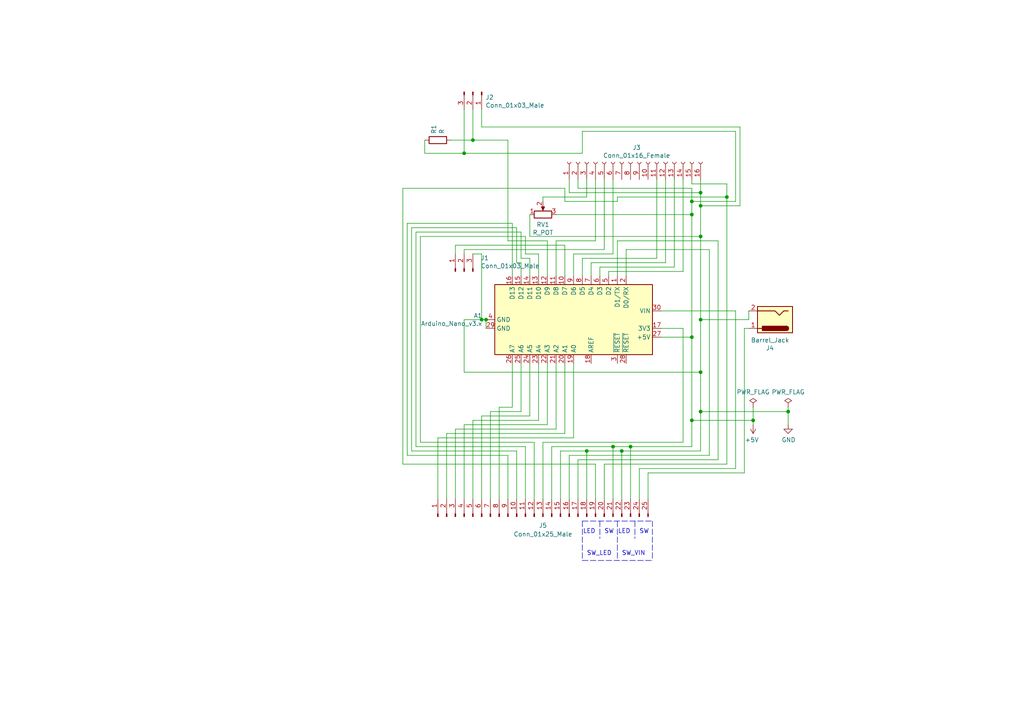
<source format=kicad_sch>
(kicad_sch (version 20211123) (generator eeschema)
  (paper "A4")
  (lib_symbols
    (symbol "Connector:Barrel_Jack" (pin_names (offset 1.016))
      (property "Reference" "J" (at 0 5.334 0))
      (property "Value" "Barrel_Jack" (at 0 -5.08 0))
      (symbol "Barrel_Jack_0_1"
        (rectangle (start -5.08 3.81) (end 5.08 -3.81) (stroke (width 0.254)) (fill (type background)))
        (arc (start -3.302 3.175) (mid -3.937 2.54) (end -3.302 1.905) (stroke (width 0.254)))
        (arc (start -3.302 3.175) (mid -3.937 2.54) (end -3.302 1.905) (stroke (width 0.254)) (fill (type outline)))
        (polyline (pts (xy 5.08 2.54) (xy 3.81 2.54)) (stroke (width 0.254)))
        (polyline (pts (xy -3.81 -2.54) (xy -2.54 -2.54) (xy -1.27 -1.27) (xy 0 -2.54) (xy 2.54 -2.54) (xy 5.08 -2.54)) (stroke (width 0.254)))
        (rectangle (start 3.683 3.175) (end -3.302 1.905) (stroke (width 0.254)) (fill (type outline)))
      )
      (symbol "Barrel_Jack_1_1"
        (pin passive line (at 7.62 2.54 180) (length 2.54) (name "~") (number "1"))
        (pin passive line (at 7.62 -2.54 180) (length 2.54) (name "~") (number "2"))
      )
    )
    (symbol "Connector:Conn_01x03_Male" (pin_names (offset 1.016) hide)
      (property "Reference" "J" (at 0 5.08 0))
      (property "Value" "Conn_01x03_Male" (at 0 -5.08 0))
      (symbol "Conn_01x03_Male_1_1"
        (polyline (pts (xy 1.27 -2.54) (xy 0.8636 -2.54)) (stroke (width 0.1524)))
        (polyline (pts (xy 1.27 0) (xy 0.8636 0)) (stroke (width 0.1524)))
        (polyline (pts (xy 1.27 2.54) (xy 0.8636 2.54)) (stroke (width 0.1524)))
        (rectangle (start 0.8636 -2.413) (end 0 -2.667) (stroke (width 0.1524)) (fill (type outline)))
        (rectangle (start 0.8636 0.127) (end 0 -0.127) (stroke (width 0.1524)) (fill (type outline)))
        (rectangle (start 0.8636 2.667) (end 0 2.413) (stroke (width 0.1524)) (fill (type outline)))
        (pin passive line (at 5.08 2.54 180) (length 3.81) (name "Pin_1") (number "1"))
        (pin passive line (at 5.08 0 180) (length 3.81) (name "Pin_2") (number "2"))
        (pin passive line (at 5.08 -2.54 180) (length 3.81) (name "Pin_3") (number "3"))
      )
    )
    (symbol "Connector:Conn_01x16_Female" (pin_names (offset 1.016) hide)
      (property "Reference" "J" (at 0 20.32 0))
      (property "Value" "Conn_01x16_Female" (at 0 -22.86 0))
      (symbol "Conn_01x16_Female_1_1"
        (arc (start 0 -19.812) (mid -0.508 -20.32) (end 0 -20.828) (stroke (width 0.1524)))
        (arc (start 0 -17.272) (mid -0.508 -17.78) (end 0 -18.288) (stroke (width 0.1524)))
        (arc (start 0 -14.732) (mid -0.508 -15.24) (end 0 -15.748) (stroke (width 0.1524)))
        (arc (start 0 -12.192) (mid -0.508 -12.7) (end 0 -13.208) (stroke (width 0.1524)))
        (arc (start 0 -9.652) (mid -0.508 -10.16) (end 0 -10.668) (stroke (width 0.1524)))
        (arc (start 0 -7.112) (mid -0.508 -7.62) (end 0 -8.128) (stroke (width 0.1524)))
        (arc (start 0 -4.572) (mid -0.508 -5.08) (end 0 -5.588) (stroke (width 0.1524)))
        (arc (start 0 -2.032) (mid -0.508 -2.54) (end 0 -3.048) (stroke (width 0.1524)))
        (polyline (pts (xy -1.27 -20.32) (xy -0.508 -20.32)) (stroke (width 0.1524)))
        (polyline (pts (xy -1.27 -17.78) (xy -0.508 -17.78)) (stroke (width 0.1524)))
        (polyline (pts (xy -1.27 -15.24) (xy -0.508 -15.24)) (stroke (width 0.1524)))
        (polyline (pts (xy -1.27 -12.7) (xy -0.508 -12.7)) (stroke (width 0.1524)))
        (polyline (pts (xy -1.27 -10.16) (xy -0.508 -10.16)) (stroke (width 0.1524)))
        (polyline (pts (xy -1.27 -7.62) (xy -0.508 -7.62)) (stroke (width 0.1524)))
        (polyline (pts (xy -1.27 -5.08) (xy -0.508 -5.08)) (stroke (width 0.1524)))
        (polyline (pts (xy -1.27 -2.54) (xy -0.508 -2.54)) (stroke (width 0.1524)))
        (polyline (pts (xy -1.27 0) (xy -0.508 0)) (stroke (width 0.1524)))
        (polyline (pts (xy -1.27 2.54) (xy -0.508 2.54)) (stroke (width 0.1524)))
        (polyline (pts (xy -1.27 5.08) (xy -0.508 5.08)) (stroke (width 0.1524)))
        (polyline (pts (xy -1.27 7.62) (xy -0.508 7.62)) (stroke (width 0.1524)))
        (polyline (pts (xy -1.27 10.16) (xy -0.508 10.16)) (stroke (width 0.1524)))
        (polyline (pts (xy -1.27 12.7) (xy -0.508 12.7)) (stroke (width 0.1524)))
        (polyline (pts (xy -1.27 15.24) (xy -0.508 15.24)) (stroke (width 0.1524)))
        (polyline (pts (xy -1.27 17.78) (xy -0.508 17.78)) (stroke (width 0.1524)))
        (arc (start 0 0.508) (mid -0.508 0) (end 0 -0.508) (stroke (width 0.1524)))
        (arc (start 0 3.048) (mid -0.508 2.54) (end 0 2.032) (stroke (width 0.1524)))
        (arc (start 0 5.588) (mid -0.508 5.08) (end 0 4.572) (stroke (width 0.1524)))
        (arc (start 0 8.128) (mid -0.508 7.62) (end 0 7.112) (stroke (width 0.1524)))
        (arc (start 0 10.668) (mid -0.508 10.16) (end 0 9.652) (stroke (width 0.1524)))
        (arc (start 0 13.208) (mid -0.508 12.7) (end 0 12.192) (stroke (width 0.1524)))
        (arc (start 0 15.748) (mid -0.508 15.24) (end 0 14.732) (stroke (width 0.1524)))
        (arc (start 0 18.288) (mid -0.508 17.78) (end 0 17.272) (stroke (width 0.1524)))
        (pin passive line (at -5.08 17.78 0) (length 3.81) (name "Pin_1") (number "1"))
        (pin passive line (at -5.08 -5.08 0) (length 3.81) (name "Pin_10") (number "10"))
        (pin passive line (at -5.08 -7.62 0) (length 3.81) (name "Pin_11") (number "11"))
        (pin passive line (at -5.08 -10.16 0) (length 3.81) (name "Pin_12") (number "12"))
        (pin passive line (at -5.08 -12.7 0) (length 3.81) (name "Pin_13") (number "13"))
        (pin passive line (at -5.08 -15.24 0) (length 3.81) (name "Pin_14") (number "14"))
        (pin passive line (at -5.08 -17.78 0) (length 3.81) (name "Pin_15") (number "15"))
        (pin passive line (at -5.08 -20.32 0) (length 3.81) (name "Pin_16") (number "16"))
        (pin passive line (at -5.08 15.24 0) (length 3.81) (name "Pin_2") (number "2"))
        (pin passive line (at -5.08 12.7 0) (length 3.81) (name "Pin_3") (number "3"))
        (pin passive line (at -5.08 10.16 0) (length 3.81) (name "Pin_4") (number "4"))
        (pin passive line (at -5.08 7.62 0) (length 3.81) (name "Pin_5") (number "5"))
        (pin passive line (at -5.08 5.08 0) (length 3.81) (name "Pin_6") (number "6"))
        (pin passive line (at -5.08 2.54 0) (length 3.81) (name "Pin_7") (number "7"))
        (pin passive line (at -5.08 0 0) (length 3.81) (name "Pin_8") (number "8"))
        (pin passive line (at -5.08 -2.54 0) (length 3.81) (name "Pin_9") (number "9"))
      )
    )
    (symbol "Connector:Conn_01x25_Male" (pin_names (offset 1.016) hide)
      (property "Reference" "J" (at 0 33.02 0))
      (property "Value" "Conn_01x25_Male" (at 0 -33.02 0))
      (symbol "Conn_01x25_Male_1_1"
        (polyline (pts (xy 1.27 -30.48) (xy 0.8636 -30.48)) (stroke (width 0.1524)))
        (polyline (pts (xy 1.27 -27.94) (xy 0.8636 -27.94)) (stroke (width 0.1524)))
        (polyline (pts (xy 1.27 -25.4) (xy 0.8636 -25.4)) (stroke (width 0.1524)))
        (polyline (pts (xy 1.27 -22.86) (xy 0.8636 -22.86)) (stroke (width 0.1524)))
        (polyline (pts (xy 1.27 -20.32) (xy 0.8636 -20.32)) (stroke (width 0.1524)))
        (polyline (pts (xy 1.27 -17.78) (xy 0.8636 -17.78)) (stroke (width 0.1524)))
        (polyline (pts (xy 1.27 -15.24) (xy 0.8636 -15.24)) (stroke (width 0.1524)))
        (polyline (pts (xy 1.27 -12.7) (xy 0.8636 -12.7)) (stroke (width 0.1524)))
        (polyline (pts (xy 1.27 -10.16) (xy 0.8636 -10.16)) (stroke (width 0.1524)))
        (polyline (pts (xy 1.27 -7.62) (xy 0.8636 -7.62)) (stroke (width 0.1524)))
        (polyline (pts (xy 1.27 -5.08) (xy 0.8636 -5.08)) (stroke (width 0.1524)))
        (polyline (pts (xy 1.27 -2.54) (xy 0.8636 -2.54)) (stroke (width 0.1524)))
        (polyline (pts (xy 1.27 0) (xy 0.8636 0)) (stroke (width 0.1524)))
        (polyline (pts (xy 1.27 2.54) (xy 0.8636 2.54)) (stroke (width 0.1524)))
        (polyline (pts (xy 1.27 5.08) (xy 0.8636 5.08)) (stroke (width 0.1524)))
        (polyline (pts (xy 1.27 7.62) (xy 0.8636 7.62)) (stroke (width 0.1524)))
        (polyline (pts (xy 1.27 10.16) (xy 0.8636 10.16)) (stroke (width 0.1524)))
        (polyline (pts (xy 1.27 12.7) (xy 0.8636 12.7)) (stroke (width 0.1524)))
        (polyline (pts (xy 1.27 15.24) (xy 0.8636 15.24)) (stroke (width 0.1524)))
        (polyline (pts (xy 1.27 17.78) (xy 0.8636 17.78)) (stroke (width 0.1524)))
        (polyline (pts (xy 1.27 20.32) (xy 0.8636 20.32)) (stroke (width 0.1524)))
        (polyline (pts (xy 1.27 22.86) (xy 0.8636 22.86)) (stroke (width 0.1524)))
        (polyline (pts (xy 1.27 25.4) (xy 0.8636 25.4)) (stroke (width 0.1524)))
        (polyline (pts (xy 1.27 27.94) (xy 0.8636 27.94)) (stroke (width 0.1524)))
        (polyline (pts (xy 1.27 30.48) (xy 0.8636 30.48)) (stroke (width 0.1524)))
        (rectangle (start 0.8636 -30.353) (end 0 -30.607) (stroke (width 0.1524)) (fill (type outline)))
        (rectangle (start 0.8636 -27.813) (end 0 -28.067) (stroke (width 0.1524)) (fill (type outline)))
        (rectangle (start 0.8636 -25.273) (end 0 -25.527) (stroke (width 0.1524)) (fill (type outline)))
        (rectangle (start 0.8636 -22.733) (end 0 -22.987) (stroke (width 0.1524)) (fill (type outline)))
        (rectangle (start 0.8636 -20.193) (end 0 -20.447) (stroke (width 0.1524)) (fill (type outline)))
        (rectangle (start 0.8636 -17.653) (end 0 -17.907) (stroke (width 0.1524)) (fill (type outline)))
        (rectangle (start 0.8636 -15.113) (end 0 -15.367) (stroke (width 0.1524)) (fill (type outline)))
        (rectangle (start 0.8636 -12.573) (end 0 -12.827) (stroke (width 0.1524)) (fill (type outline)))
        (rectangle (start 0.8636 -10.033) (end 0 -10.287) (stroke (width 0.1524)) (fill (type outline)))
        (rectangle (start 0.8636 -7.493) (end 0 -7.747) (stroke (width 0.1524)) (fill (type outline)))
        (rectangle (start 0.8636 -4.953) (end 0 -5.207) (stroke (width 0.1524)) (fill (type outline)))
        (rectangle (start 0.8636 -2.413) (end 0 -2.667) (stroke (width 0.1524)) (fill (type outline)))
        (rectangle (start 0.8636 0.127) (end 0 -0.127) (stroke (width 0.1524)) (fill (type outline)))
        (rectangle (start 0.8636 2.667) (end 0 2.413) (stroke (width 0.1524)) (fill (type outline)))
        (rectangle (start 0.8636 5.207) (end 0 4.953) (stroke (width 0.1524)) (fill (type outline)))
        (rectangle (start 0.8636 7.747) (end 0 7.493) (stroke (width 0.1524)) (fill (type outline)))
        (rectangle (start 0.8636 10.287) (end 0 10.033) (stroke (width 0.1524)) (fill (type outline)))
        (rectangle (start 0.8636 12.827) (end 0 12.573) (stroke (width 0.1524)) (fill (type outline)))
        (rectangle (start 0.8636 15.367) (end 0 15.113) (stroke (width 0.1524)) (fill (type outline)))
        (rectangle (start 0.8636 17.907) (end 0 17.653) (stroke (width 0.1524)) (fill (type outline)))
        (rectangle (start 0.8636 20.447) (end 0 20.193) (stroke (width 0.1524)) (fill (type outline)))
        (rectangle (start 0.8636 22.987) (end 0 22.733) (stroke (width 0.1524)) (fill (type outline)))
        (rectangle (start 0.8636 25.527) (end 0 25.273) (stroke (width 0.1524)) (fill (type outline)))
        (rectangle (start 0.8636 28.067) (end 0 27.813) (stroke (width 0.1524)) (fill (type outline)))
        (rectangle (start 0.8636 30.607) (end 0 30.353) (stroke (width 0.1524)) (fill (type outline)))
        (pin passive line (at 5.08 30.48 180) (length 3.81) (name "Pin_1") (number "1"))
        (pin passive line (at 5.08 7.62 180) (length 3.81) (name "Pin_10") (number "10"))
        (pin passive line (at 5.08 5.08 180) (length 3.81) (name "Pin_11") (number "11"))
        (pin passive line (at 5.08 2.54 180) (length 3.81) (name "Pin_12") (number "12"))
        (pin passive line (at 5.08 0 180) (length 3.81) (name "Pin_13") (number "13"))
        (pin passive line (at 5.08 -2.54 180) (length 3.81) (name "Pin_14") (number "14"))
        (pin passive line (at 5.08 -5.08 180) (length 3.81) (name "Pin_15") (number "15"))
        (pin passive line (at 5.08 -7.62 180) (length 3.81) (name "Pin_16") (number "16"))
        (pin passive line (at 5.08 -10.16 180) (length 3.81) (name "Pin_17") (number "17"))
        (pin passive line (at 5.08 -12.7 180) (length 3.81) (name "Pin_18") (number "18"))
        (pin passive line (at 5.08 -15.24 180) (length 3.81) (name "Pin_19") (number "19"))
        (pin passive line (at 5.08 27.94 180) (length 3.81) (name "Pin_2") (number "2"))
        (pin passive line (at 5.08 -17.78 180) (length 3.81) (name "Pin_20") (number "20"))
        (pin passive line (at 5.08 -20.32 180) (length 3.81) (name "Pin_21") (number "21"))
        (pin passive line (at 5.08 -22.86 180) (length 3.81) (name "Pin_22") (number "22"))
        (pin passive line (at 5.08 -25.4 180) (length 3.81) (name "Pin_23") (number "23"))
        (pin passive line (at 5.08 -27.94 180) (length 3.81) (name "Pin_24") (number "24"))
        (pin passive line (at 5.08 -30.48 180) (length 3.81) (name "Pin_25") (number "25"))
        (pin passive line (at 5.08 25.4 180) (length 3.81) (name "Pin_3") (number "3"))
        (pin passive line (at 5.08 22.86 180) (length 3.81) (name "Pin_4") (number "4"))
        (pin passive line (at 5.08 20.32 180) (length 3.81) (name "Pin_5") (number "5"))
        (pin passive line (at 5.08 17.78 180) (length 3.81) (name "Pin_6") (number "6"))
        (pin passive line (at 5.08 15.24 180) (length 3.81) (name "Pin_7") (number "7"))
        (pin passive line (at 5.08 12.7 180) (length 3.81) (name "Pin_8") (number "8"))
        (pin passive line (at 5.08 10.16 180) (length 3.81) (name "Pin_9") (number "9"))
      )
    )
    (symbol "Device:R" (pin_numbers hide) (pin_names (offset 0))
      (property "Reference" "R" (at 2.032 0 90))
      (property "Value" "R" (at 0 0 90))
      (symbol "R_0_1"
        (rectangle (start -1.016 -2.54) (end 1.016 2.54) (stroke (width 0.254)))
      )
      (symbol "R_1_1"
        (pin passive line (at 0 3.81 270) (length 1.27) (name "~") (number "1"))
        (pin passive line (at 0 -3.81 90) (length 1.27) (name "~") (number "2"))
      )
    )
    (symbol "MCU_Module:Arduino_Nano_v3.x"
      (property "Reference" "A" (at -10.16 23.495 0))
      (property "Value" "Arduino_Nano_v3.x" (at 5.08 -24.13 0))
      (symbol "Arduino_Nano_v3.x_0_1"
        (rectangle (start -10.16 22.86) (end 10.16 -22.86) (stroke (width 0.254)) (fill (type background)))
      )
      (symbol "Arduino_Nano_v3.x_1_1"
        (pin bidirectional line (at -12.7 12.7 0) (length 2.54) (name "D1/TX") (number "1"))
        (pin bidirectional line (at -12.7 -2.54 0) (length 2.54) (name "D7") (number "10"))
        (pin bidirectional line (at -12.7 -5.08 0) (length 2.54) (name "D8") (number "11"))
        (pin bidirectional line (at -12.7 -7.62 0) (length 2.54) (name "D9") (number "12"))
        (pin bidirectional line (at -12.7 -10.16 0) (length 2.54) (name "D10") (number "13"))
        (pin bidirectional line (at -12.7 -12.7 0) (length 2.54) (name "D11") (number "14"))
        (pin bidirectional line (at -12.7 -15.24 0) (length 2.54) (name "D12") (number "15"))
        (pin bidirectional line (at -12.7 -17.78 0) (length 2.54) (name "D13") (number "16"))
        (pin power_out line (at 2.54 25.4 270) (length 2.54) (name "3V3") (number "17"))
        (pin input line (at 12.7 5.08 180) (length 2.54) (name "AREF") (number "18"))
        (pin bidirectional line (at 12.7 0 180) (length 2.54) (name "A0") (number "19"))
        (pin bidirectional line (at -12.7 15.24 0) (length 2.54) (name "D0/RX") (number "2"))
        (pin bidirectional line (at 12.7 -2.54 180) (length 2.54) (name "A1") (number "20"))
        (pin bidirectional line (at 12.7 -5.08 180) (length 2.54) (name "A2") (number "21"))
        (pin bidirectional line (at 12.7 -7.62 180) (length 2.54) (name "A3") (number "22"))
        (pin bidirectional line (at 12.7 -10.16 180) (length 2.54) (name "A4") (number "23"))
        (pin bidirectional line (at 12.7 -12.7 180) (length 2.54) (name "A5") (number "24"))
        (pin bidirectional line (at 12.7 -15.24 180) (length 2.54) (name "A6") (number "25"))
        (pin bidirectional line (at 12.7 -17.78 180) (length 2.54) (name "A7") (number "26"))
        (pin power_out line (at 5.08 25.4 270) (length 2.54) (name "+5V") (number "27"))
        (pin input line (at 12.7 15.24 180) (length 2.54) (name "~{RESET}") (number "28"))
        (pin power_in line (at 2.54 -25.4 90) (length 2.54) (name "GND") (number "29"))
        (pin input line (at 12.7 12.7 180) (length 2.54) (name "~{RESET}") (number "3"))
        (pin power_in line (at -2.54 25.4 270) (length 2.54) (name "VIN") (number "30"))
        (pin power_in line (at 0 -25.4 90) (length 2.54) (name "GND") (number "4"))
        (pin bidirectional line (at -12.7 10.16 0) (length 2.54) (name "D2") (number "5"))
        (pin bidirectional line (at -12.7 7.62 0) (length 2.54) (name "D3") (number "6"))
        (pin bidirectional line (at -12.7 5.08 0) (length 2.54) (name "D4") (number "7"))
        (pin bidirectional line (at -12.7 2.54 0) (length 2.54) (name "D5") (number "8"))
        (pin bidirectional line (at -12.7 0 0) (length 2.54) (name "D6") (number "9"))
      )
    )
    (symbol "Nano-shield-for-arduino-thermal-rescue:R_POT-Device" (pin_names (offset 1.016) hide)
      (property "Reference" "RV" (at -4.445 0 90))
      (property "Value" "R_POT-Device" (at -2.54 0 90))
      (symbol "R_POT-Device_0_1"
        (polyline (pts (xy 2.54 0) (xy 1.524 0)))
        (polyline (pts (xy 1.143 0) (xy 2.286 0.508) (xy 2.286 -0.508) (xy 1.143 0)) (fill (type outline)))
        (rectangle (start 1.016 2.54) (end -1.016 -2.54) (stroke (width 0.254)))
      )
      (symbol "R_POT-Device_1_1"
        (pin passive line (at 0 3.81 270) (length 1.27) (name "1") (number "1"))
        (pin passive line (at 3.81 0 180) (length 1.27) (name "2") (number "2"))
        (pin passive line (at 0 -3.81 90) (length 1.27) (name "3") (number "3"))
      )
    )
    (symbol "power:+5V" (power) (pin_names (offset 0))
      (property "Value" "+5V" (at 0 3.556 0))
      (symbol "+5V_0_1"
        (polyline (pts (xy -0.762 1.27) (xy 0 2.54)))
        (polyline (pts (xy 0 0) (xy 0 2.54)))
        (polyline (pts (xy 0 2.54) (xy 0.762 1.27)))
      )
      (symbol "+5V_1_1"
        (pin power_in line (at 0 0 90) (length 0) hide (name "+5V") (number "1"))
      )
    )
    (symbol "power:GND" (power) (pin_names (offset 0))
      (property "Value" "GND" (at 0 -3.81 0))
      (symbol "GND_0_1"
        (polyline (pts (xy 0 0) (xy 0 -1.27) (xy 1.27 -1.27) (xy 0 -2.54) (xy -1.27 -1.27) (xy 0 -1.27)))
      )
      (symbol "GND_1_1"
        (pin power_in line (at 0 0 270) (length 0) hide (name "GND") (number "1"))
      )
    )
    (symbol "power:PWR_FLAG" (power) (pin_numbers hide) (pin_names (offset 0) hide)
      (property "Value" "PWR_FLAG" (at 0 3.81 0))
      (symbol "PWR_FLAG_0_0"
        (pin power_out line (at 0 0 90) (length 0) (name "pwr") (number "1"))
      )
      (symbol "PWR_FLAG_0_1"
        (polyline (pts (xy 0 0) (xy 0 1.27) (xy -1.016 1.905) (xy 0 2.54) (xy 1.016 1.905) (xy 0 1.27)))
      )
    )
  )
  (junction (at 134.62 44.45))
  (junction (at 139.7 92.71))
  (junction (at 182.88 129.54))
  (junction (at 228.6 119.38))
  (junction (at 140.97 92.71))
  (junction (at 203.2 107.95))
  (junction (at 200.66 58.42))
  (junction (at 200.66 62.23))
  (junction (at 200.66 121.92))
  (junction (at 218.44 121.92))
  (junction (at 137.16 40.64))
  (junction (at 170.18 130.81))
  (junction (at 210.82 57.15))
  (junction (at 177.8 129.54))
  (junction (at 180.34 130.81))
  (junction (at 200.66 97.79))
  (junction (at 203.2 59.69))
  (junction (at 203.2 119.38))
  (junction (at 203.2 68.58))
  (junction (at 203.2 55.88))
  (junction (at 203.2 92.71))
  (wire (pts (xy 200.66 58.42) (xy 200.66 54.61)))
  (wire (pts (xy 203.2 107.95) (xy 203.2 119.38)))
  (wire (pts (xy 137.16 40.64) (xy 147.32 40.64)))
  (wire (pts (xy 179.07 58.42) (xy 179.07 57.15)))
  (wire (pts (xy 168.91 44.45) (xy 168.91 38.1)))
  (polyline (pts (xy 168.91 151.13) (xy 189.23 151.13)))
  (wire (pts (xy 215.9 137.16) (xy 187.96 137.16)))
  (wire (pts (xy 137.16 31.75) (xy 137.16 40.64)))
  (wire (pts (xy 179.07 57.15) (xy 210.82 57.15)))
  (wire (pts (xy 198.12 95.25) (xy 198.12 128.27)))
  (wire (pts (xy 217.17 92.71) (xy 203.2 92.71)))
  (wire (pts (xy 123.19 40.64) (xy 123.19 44.45)))
  (wire (pts (xy 168.91 38.1) (xy 213.36 38.1)))
  (wire (pts (xy 175.26 134.62) (xy 175.26 144.78)))
  (wire (pts (xy 151.13 105.41) (xy 151.13 119.38)))
  (wire (pts (xy 200.66 53.34) (xy 200.66 52.07)))
  (wire (pts (xy 191.77 97.79) (xy 200.66 97.79)))
  (wire (pts (xy 173.99 80.01) (xy 173.99 77.47)))
  (wire (pts (xy 156.21 121.92) (xy 137.16 121.92)))
  (wire (pts (xy 156.21 73.66) (xy 156.21 80.01)))
  (wire (pts (xy 152.4 129.54) (xy 152.4 144.78)))
  (wire (pts (xy 170.18 57.15) (xy 157.48 57.15)))
  (wire (pts (xy 139.7 31.75) (xy 139.7 36.83)))
  (wire (pts (xy 158.75 80.01) (xy 158.75 69.85)))
  (wire (pts (xy 166.37 80.01) (xy 166.37 73.66)))
  (wire (pts (xy 175.26 72.39) (xy 134.62 72.39)))
  (wire (pts (xy 203.2 119.38) (xy 203.2 130.81)))
  (wire (pts (xy 162.56 130.81) (xy 162.56 144.78)))
  (wire (pts (xy 132.08 71.12) (xy 163.83 71.12)))
  (wire (pts (xy 171.45 76.2) (xy 193.04 76.2)))
  (wire (pts (xy 152.4 73.66) (xy 156.21 73.66)))
  (wire (pts (xy 139.7 120.65) (xy 153.67 120.65)))
  (wire (pts (xy 157.48 128.27) (xy 157.48 144.78)))
  (wire (pts (xy 173.99 77.47) (xy 195.58 77.47)))
  (wire (pts (xy 134.62 31.75) (xy 134.62 44.45)))
  (wire (pts (xy 139.7 92.71) (xy 134.62 92.71)))
  (wire (pts (xy 165.1 132.08) (xy 165.1 144.78)))
  (wire (pts (xy 158.75 69.85) (xy 147.32 69.85)))
  (wire (pts (xy 168.91 74.93) (xy 190.5 74.93)))
  (wire (pts (xy 140.97 92.71) (xy 139.7 92.71)))
  (wire (pts (xy 154.94 128.27) (xy 154.94 144.78)))
  (wire (pts (xy 200.66 54.61) (xy 167.64 54.61)))
  (wire (pts (xy 168.91 80.01) (xy 168.91 74.93)))
  (wire (pts (xy 134.62 72.39) (xy 134.62 73.66)))
  (wire (pts (xy 118.11 64.77) (xy 118.11 132.08)))
  (wire (pts (xy 153.67 74.93) (xy 151.13 74.93)))
  (wire (pts (xy 119.38 66.04) (xy 119.38 130.81)))
  (wire (pts (xy 153.67 62.23) (xy 153.67 68.58)))
  (wire (pts (xy 156.21 105.41) (xy 156.21 121.92)))
  (wire (pts (xy 200.66 121.92) (xy 200.66 129.54)))
  (wire (pts (xy 149.86 66.04) (xy 149.86 76.2)))
  (wire (pts (xy 203.2 59.69) (xy 203.2 55.88)))
  (wire (pts (xy 203.2 130.81) (xy 180.34 130.81)))
  (polyline (pts (xy 168.91 151.13) (xy 168.91 162.56)))
  (wire (pts (xy 203.2 52.07) (xy 203.2 55.88)))
  (wire (pts (xy 148.59 118.11) (xy 148.59 105.41)))
  (wire (pts (xy 228.6 119.38) (xy 203.2 119.38)))
  (wire (pts (xy 210.82 57.15) (xy 210.82 134.62)))
  (polyline (pts (xy 179.07 151.13) (xy 179.07 162.56)))
  (wire (pts (xy 120.65 67.31) (xy 120.65 129.54)))
  (wire (pts (xy 195.58 77.47) (xy 195.58 52.07)))
  (wire (pts (xy 134.62 107.95) (xy 203.2 107.95)))
  (wire (pts (xy 214.63 36.83) (xy 214.63 59.69)))
  (wire (pts (xy 151.13 76.2) (xy 151.13 80.01)))
  (wire (pts (xy 163.83 71.12) (xy 163.83 80.01)))
  (wire (pts (xy 151.13 67.31) (xy 120.65 67.31)))
  (wire (pts (xy 190.5 74.93) (xy 190.5 52.07)))
  (wire (pts (xy 218.44 123.19) (xy 218.44 121.92)))
  (wire (pts (xy 213.36 135.89) (xy 185.42 135.89)))
  (wire (pts (xy 153.67 80.01) (xy 153.67 74.93)))
  (wire (pts (xy 214.63 36.83) (xy 139.7 36.83)))
  (wire (pts (xy 166.37 73.66) (xy 177.8 73.66)))
  (wire (pts (xy 172.72 134.62) (xy 172.72 144.78)))
  (wire (pts (xy 203.2 68.58) (xy 203.2 92.71)))
  (wire (pts (xy 191.77 90.17) (xy 213.36 90.17)))
  (wire (pts (xy 179.07 69.85) (xy 208.28 69.85)))
  (wire (pts (xy 163.83 125.73) (xy 163.83 105.41)))
  (wire (pts (xy 193.04 76.2) (xy 193.04 52.07)))
  (wire (pts (xy 144.78 118.11) (xy 144.78 144.78)))
  (wire (pts (xy 121.92 68.58) (xy 152.4 68.58)))
  (wire (pts (xy 153.67 68.58) (xy 203.2 68.58)))
  (wire (pts (xy 208.28 69.85) (xy 208.28 133.35)))
  (wire (pts (xy 134.62 92.71) (xy 134.62 107.95)))
  (wire (pts (xy 217.17 90.17) (xy 217.17 92.71)))
  (wire (pts (xy 151.13 119.38) (xy 142.24 119.38)))
  (wire (pts (xy 181.61 80.01) (xy 181.61 72.39)))
  (wire (pts (xy 172.72 52.07) (xy 172.72 69.85)))
  (polyline (pts (xy 189.23 151.13) (xy 189.23 162.56)))
  (wire (pts (xy 119.38 130.81) (xy 149.86 130.81)))
  (wire (pts (xy 181.61 72.39) (xy 205.74 72.39)))
  (wire (pts (xy 147.32 132.08) (xy 118.11 132.08)))
  (wire (pts (xy 139.7 73.66) (xy 139.7 92.71)))
  (wire (pts (xy 148.59 80.01) (xy 148.59 64.77)))
  (wire (pts (xy 167.64 54.61) (xy 167.64 52.07)))
  (wire (pts (xy 121.92 68.58) (xy 121.92 128.27)))
  (wire (pts (xy 167.64 133.35) (xy 208.28 133.35)))
  (wire (pts (xy 180.34 130.81) (xy 170.18 130.81)))
  (wire (pts (xy 165.1 52.07) (xy 165.1 55.88)))
  (wire (pts (xy 172.72 69.85) (xy 161.29 69.85)))
  (wire (pts (xy 165.1 132.08) (xy 205.74 132.08)))
  (wire (pts (xy 217.17 95.25) (xy 215.9 95.25)))
  (wire (pts (xy 132.08 124.46) (xy 132.08 144.78)))
  (wire (pts (xy 200.66 97.79) (xy 200.66 121.92)))
  (polyline (pts (xy 168.91 162.56) (xy 189.23 162.56)))
  (wire (pts (xy 166.37 127) (xy 127 127)))
  (wire (pts (xy 171.45 80.01) (xy 171.45 76.2)))
  (wire (pts (xy 147.32 40.64) (xy 147.32 69.85)))
  (wire (pts (xy 170.18 130.81) (xy 170.18 144.78)))
  (wire (pts (xy 152.4 129.54) (xy 120.65 129.54)))
  (wire (pts (xy 218.44 121.92) (xy 218.44 118.11)))
  (wire (pts (xy 165.1 55.88) (xy 203.2 55.88)))
  (polyline (pts (xy 173.99 151.13) (xy 173.99 156.21)))
  (wire (pts (xy 210.82 53.34) (xy 210.82 57.15)))
  (wire (pts (xy 149.86 76.2) (xy 151.13 76.2)))
  (wire (pts (xy 176.53 78.74) (xy 198.12 78.74)))
  (wire (pts (xy 214.63 59.69) (xy 203.2 59.69)))
  (wire (pts (xy 147.32 132.08) (xy 147.32 144.78)))
  (wire (pts (xy 228.6 118.11) (xy 228.6 119.38)))
  (wire (pts (xy 210.82 53.34) (xy 200.66 53.34)))
  (wire (pts (xy 163.83 54.61) (xy 163.83 58.42)))
  (wire (pts (xy 182.88 129.54) (xy 200.66 129.54)))
  (wire (pts (xy 198.12 78.74) (xy 198.12 52.07)))
  (wire (pts (xy 213.36 90.17) (xy 213.36 135.89)))
  (wire (pts (xy 134.62 123.19) (xy 134.62 144.78)))
  (wire (pts (xy 134.62 44.45) (xy 168.91 44.45)))
  (wire (pts (xy 116.84 134.62) (xy 172.72 134.62)))
  (wire (pts (xy 215.9 95.25) (xy 215.9 137.16)))
  (wire (pts (xy 160.02 129.54) (xy 160.02 144.78)))
  (wire (pts (xy 187.96 137.16) (xy 187.96 144.78)))
  (wire (pts (xy 161.29 62.23) (xy 200.66 62.23)))
  (wire (pts (xy 142.24 119.38) (xy 142.24 144.78)))
  (wire (pts (xy 175.26 52.07) (xy 175.26 72.39)))
  (wire (pts (xy 157.48 57.15) (xy 157.48 58.42)))
  (wire (pts (xy 134.62 123.19) (xy 158.75 123.19)))
  (wire (pts (xy 213.36 38.1) (xy 213.36 58.42)))
  (wire (pts (xy 200.66 97.79) (xy 200.66 62.23)))
  (wire (pts (xy 170.18 130.81) (xy 162.56 130.81)))
  (wire (pts (xy 119.38 66.04) (xy 149.86 66.04)))
  (wire (pts (xy 149.86 130.81) (xy 149.86 144.78)))
  (wire (pts (xy 182.88 129.54) (xy 182.88 144.78)))
  (wire (pts (xy 121.92 128.27) (xy 154.94 128.27)))
  (wire (pts (xy 200.66 62.23) (xy 200.66 58.42)))
  (wire (pts (xy 180.34 130.81) (xy 180.34 144.78)))
  (wire (pts (xy 163.83 58.42) (xy 179.07 58.42)))
  (wire (pts (xy 116.84 54.61) (xy 116.84 134.62)))
  (wire (pts (xy 176.53 80.01) (xy 176.53 78.74)))
  (wire (pts (xy 161.29 124.46) (xy 132.08 124.46)))
  (wire (pts (xy 170.18 52.07) (xy 170.18 57.15)))
  (wire (pts (xy 179.07 80.01) (xy 179.07 69.85)))
  (wire (pts (xy 137.16 121.92) (xy 137.16 144.78)))
  (wire (pts (xy 167.64 133.35) (xy 167.64 144.78)))
  (wire (pts (xy 132.08 73.66) (xy 132.08 71.12)))
  (wire (pts (xy 191.77 95.25) (xy 198.12 95.25)))
  (wire (pts (xy 151.13 74.93) (xy 151.13 67.31)))
  (wire (pts (xy 130.81 40.64) (xy 137.16 40.64)))
  (wire (pts (xy 177.8 129.54) (xy 182.88 129.54)))
  (wire (pts (xy 166.37 105.41) (xy 166.37 127)))
  (wire (pts (xy 123.19 44.45) (xy 134.62 44.45)))
  (wire (pts (xy 161.29 105.41) (xy 161.29 124.46)))
  (polyline (pts (xy 184.15 151.13) (xy 184.15 156.21)))
  (wire (pts (xy 116.84 54.61) (xy 163.83 54.61)))
  (wire (pts (xy 148.59 64.77) (xy 118.11 64.77)))
  (wire (pts (xy 203.2 92.71) (xy 203.2 107.95)))
  (wire (pts (xy 129.54 125.73) (xy 163.83 125.73)))
  (wire (pts (xy 228.6 119.38) (xy 228.6 123.19)))
  (wire (pts (xy 205.74 72.39) (xy 205.74 132.08)))
  (wire (pts (xy 177.8 73.66) (xy 177.8 52.07)))
  (wire (pts (xy 218.44 121.92) (xy 200.66 121.92)))
  (wire (pts (xy 129.54 125.73) (xy 129.54 144.78)))
  (wire (pts (xy 127 127) (xy 127 144.78)))
  (wire (pts (xy 213.36 58.42) (xy 200.66 58.42)))
  (wire (pts (xy 153.67 120.65) (xy 153.67 105.41)))
  (wire (pts (xy 185.42 135.89) (xy 185.42 144.78)))
  (wire (pts (xy 177.8 129.54) (xy 177.8 144.78)))
  (wire (pts (xy 144.78 118.11) (xy 148.59 118.11)))
  (wire (pts (xy 161.29 69.85) (xy 161.29 80.01)))
  (wire (pts (xy 139.7 120.65) (xy 139.7 144.78)))
  (wire (pts (xy 158.75 123.19) (xy 158.75 105.41)))
  (wire (pts (xy 137.16 73.66) (xy 139.7 73.66)))
  (wire (pts (xy 198.12 128.27) (xy 157.48 128.27)))
  (wire (pts (xy 160.02 129.54) (xy 177.8 129.54)))
  (wire (pts (xy 140.97 95.25) (xy 140.97 92.71)))
  (wire (pts (xy 203.2 68.58) (xy 203.2 59.69)))
  (wire (pts (xy 152.4 68.58) (xy 152.4 73.66)))
  (wire (pts (xy 210.82 134.62) (xy 175.26 134.62)))
  (text "SW_LED" (at 170.18 161.29 0) (effects (font (size 1.27 1.27)) (justify left bottom)))
  (text "LED" (at 172.72 154.94 180) (effects (font (size 1.27 1.27)) (justify right bottom)))
  (text "SW_VIN" (at 180.34 161.29 0) (effects (font (size 1.27 1.27)) (justify left bottom)))
  (text "SW" (at 175.26 154.94 0) (effects (font (size 1.27 1.27)) (justify left bottom)))
  (text "SW" (at 185.42 154.94 0) (effects (font (size 1.27 1.27)) (justify left bottom)))
  (text "LED" (at 182.88 154.94 180) (effects (font (size 1.27 1.27)) (justify right bottom)))
  (symbol (lib_id "Connector:Conn_01x16_Female") (at 182.88 46.99 90) (unit 1)
    (property "Reference" "J3" (at 184.658 42.799 90))
    (property "Value" "Conn_01x16_Female" (at 184.658 45.1104 90))
    (property "Footprint" "Connector_PinSocket_2.54mm:PinSocket_1x16_P2.54mm_Vertical" (effects hide))
  )
  (symbol (lib_id "Nano-shield-for-arduino-thermal-rescue:R_POT-Device") (at 157.48 62.23 90) (unit 1)
    (property "Reference" "RV1" (at 157.48 65.151 90))
    (property "Value" "R_POT" (at 157.48 67.4624 90))
    (property "Footprint" "Potentiometer_THT:Potentiometer_Piher_PT-6-V_Vertical" (effects hide))
  )
  (symbol (lib_id "MCU_Module:Arduino_Nano_v3.x") (at 166.37 92.71 270) (unit 1)
    (property "Reference" "A1" (at 139.8778 91.5416 90) (effects (justify right)))
    (property "Value" "Arduino_Nano_v3.x" (at 139.8778 93.853 90) (effects (justify right)))
    (property "Footprint" "Module:Arduino_Nano" (effects hide))
    (property "Datasheet" "http://www.mouser.com/pdfdocs/Gravitech_Arduino_Nano3_0.pdf" (effects hide))
  )
  (symbol (lib_id "Connector:Conn_01x03_Male") (at 134.62 78.74 90) (unit 1)
    (property "Reference" "J1" (at 139.3952 74.8284 90) (effects (justify right)))
    (property "Value" "Conn_01x03_Male" (at 139.3952 77.1398 90) (effects (justify right)))
    (property "Footprint" "Connector_PinHeader_2.54mm:PinHeader_1x03_P2.54mm_Vertical" (effects hide))
  )
  (symbol (lib_id "power:GND") (at 228.6 123.19 0) (unit 1)
    (property "Reference" "#PWR04" (effects hide))
    (property "Value" "GND" (at 228.727 127.5842 0))
  )
  (symbol (lib_id "power:+5V") (at 218.44 123.19 180) (unit 1)
    (property "Reference" "#PWR03" (effects hide))
    (property "Value" "+5V" (at 218.059 127.5842 0))
  )
  (symbol (lib_id "power:PWR_FLAG") (at 228.6 118.11 0) (unit 1)
    (property "Reference" "#FLG02" (effects hide))
    (property "Value" "PWR_FLAG" (at 228.6 113.7158 0))
  )
  (symbol (lib_id "power:PWR_FLAG") (at 218.44 118.11 0) (unit 1)
    (property "Reference" "#FLG01" (effects hide))
    (property "Value" "PWR_FLAG" (at 218.44 113.7158 0))
  )
  (symbol (lib_id "Device:R") (at 127 40.64 90) (unit 1)
    (property "Reference" "R1" (at 125.8316 38.862 0) (effects (justify left)))
    (property "Value" "R" (at 128.143 38.862 0) (effects (justify left)))
    (property "Footprint" "Resistor_THT:R_Axial_DIN0204_L3.6mm_D1.6mm_P7.62mm_Horizontal" (effects hide))
  )
  (symbol (lib_id "Connector:Barrel_Jack") (at 224.79 92.71 180) (unit 1)
    (property "Reference" "J4" (at 223.3422 100.965 0))
    (property "Value" "Barrel_Jack" (at 223.3422 98.6536 0))
    (property "Footprint" "Connector_BarrelJack:BarrelJack_Horizontal" (effects hide))
  )
  (symbol (lib_id "Connector:Conn_01x03_Male") (at 137.16 26.67 270) (unit 1)
    (property "Reference" "J2" (at 140.8176 28.2448 90) (effects (justify left)))
    (property "Value" "Conn_01x03_Male" (at 140.8176 30.5562 90) (effects (justify left)))
    (property "Footprint" "Connector_PinHeader_2.54mm:PinHeader_1x03_P2.54mm_Vertical" (effects hide))
  )
  (symbol (lib_id "Connector:Conn_01x25_Male") (at 157.48 149.86 90) (unit 1)
    (property "Reference" "J5" (at 157.48 152.4 90))
    (property "Value" "Conn_01x25_Male" (at 157.48 154.94 90))
    (property "Footprint" "Connector_PinHeader_2.54mm:PinHeader_1x25_P2.54mm_Vertical" (effects hide))
  )
)
</source>
